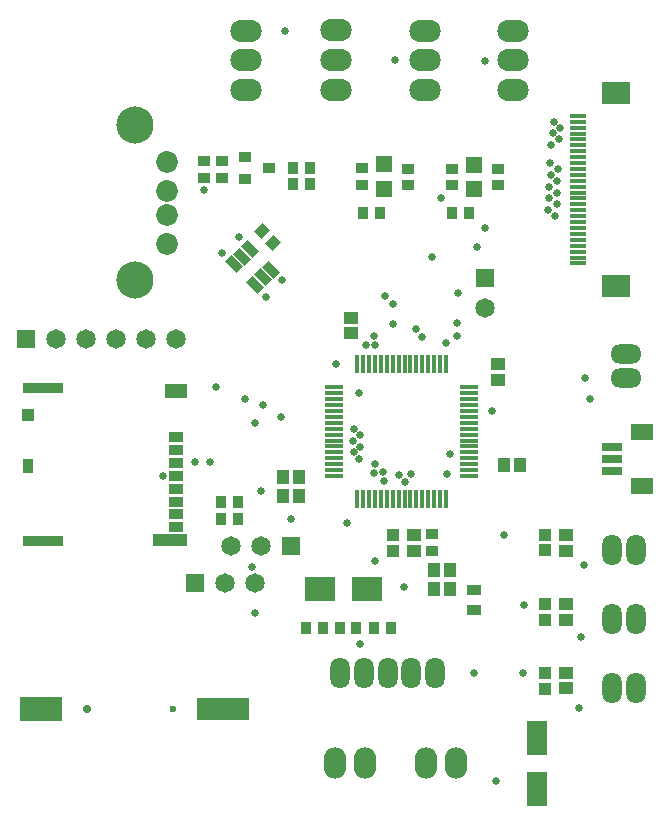
<source format=gts>
G04*
G04 #@! TF.GenerationSoftware,Altium Limited,Altium Designer,23.3.1 (30)*
G04*
G04 Layer_Color=8388736*
%FSLAX25Y25*%
%MOIN*%
G70*
G04*
G04 #@! TF.SameCoordinates,6E427E01-6470-4732-AD83-5CA9447D70B9*
G04*
G04*
G04 #@! TF.FilePolarity,Negative*
G04*
G01*
G75*
G04:AMPARAMS|DCode=41|XSize=53.15mil|YSize=29.53mil|CornerRadius=0mil|HoleSize=0mil|Usage=FLASHONLY|Rotation=315.000|XOffset=0mil|YOffset=0mil|HoleType=Round|Shape=Rectangle|*
%AMROTATEDRECTD41*
4,1,4,-0.02923,0.00835,-0.00835,0.02923,0.02923,-0.00835,0.00835,-0.02923,-0.02923,0.00835,0.0*
%
%ADD41ROTATEDRECTD41*%

G04:AMPARAMS|DCode=42|XSize=41.34mil|YSize=37.4mil|CornerRadius=0mil|HoleSize=0mil|Usage=FLASHONLY|Rotation=45.000|XOffset=0mil|YOffset=0mil|HoleType=Round|Shape=Rectangle|*
%AMROTATEDRECTD42*
4,1,4,-0.00139,-0.02784,-0.02784,-0.00139,0.00139,0.02784,0.02784,0.00139,-0.00139,-0.02784,0.0*
%
%ADD42ROTATEDRECTD42*%

%ADD43R,0.04528X0.04134*%
%ADD44R,0.06693X0.02953*%
%ADD45R,0.07677X0.05315*%
%ADD46R,0.01772X0.06398*%
%ADD47R,0.06398X0.01772*%
%ADD48R,0.03740X0.04134*%
%ADD49R,0.04134X0.03740*%
%ADD50R,0.04134X0.03740*%
%ADD51R,0.04331X0.03937*%
%ADD52R,0.05315X0.05315*%
%ADD53R,0.06890X0.11614*%
%ADD54R,0.05709X0.01772*%
%ADD55R,0.09252X0.07677*%
%ADD56R,0.10039X0.08465*%
%ADD57R,0.04921X0.03347*%
%ADD58R,0.07795X0.05079*%
%ADD59R,0.11614X0.03976*%
%ADD60R,0.13701X0.03347*%
%ADD61R,0.04252X0.04134*%
%ADD62R,0.03661X0.04724*%
%ADD63R,0.17598X0.07756*%
%ADD64R,0.14449X0.07953*%
%ADD65R,0.04134X0.04528*%
%ADD66R,0.05039X0.03583*%
%ADD67R,0.06496X0.06496*%
%ADD68C,0.06496*%
%ADD69R,0.06496X0.06496*%
%ADD70O,0.06496X0.10433*%
%ADD71C,0.12402*%
%ADD72C,0.07284*%
%ADD73O,0.10433X0.07480*%
%ADD74O,0.10433X0.06496*%
%ADD75O,0.07480X0.10433*%
%ADD76C,0.02362*%
%ADD77C,0.02874*%
%ADD78C,0.02559*%
D41*
X417625Y373165D02*
D03*
X414980Y370520D02*
D03*
X412335Y367876D02*
D03*
X405375Y374835D02*
D03*
X408020Y377480D02*
D03*
X410665Y380124D02*
D03*
D42*
X418500Y382000D02*
D03*
X414603Y385897D02*
D03*
D43*
X493500Y336343D02*
D03*
Y341657D02*
D03*
X516000Y238815D02*
D03*
Y233500D02*
D03*
Y261500D02*
D03*
Y256185D02*
D03*
Y284658D02*
D03*
Y279343D02*
D03*
X465500Y279185D02*
D03*
Y284500D02*
D03*
X444400Y357157D02*
D03*
Y351842D02*
D03*
D44*
X531500Y306000D02*
D03*
Y309937D02*
D03*
Y313874D02*
D03*
D45*
X541441Y300882D02*
D03*
Y318992D02*
D03*
D46*
X446531Y296500D02*
D03*
X448500D02*
D03*
X450468D02*
D03*
X452437D02*
D03*
X454405Y296500D02*
D03*
X456374Y296500D02*
D03*
X458343D02*
D03*
X460311D02*
D03*
X462280D02*
D03*
X464248D02*
D03*
X466217D02*
D03*
X468185Y296500D02*
D03*
X470154Y296500D02*
D03*
X472122D02*
D03*
X474091D02*
D03*
X476059D02*
D03*
Y341681D02*
D03*
X474091D02*
D03*
X472122D02*
D03*
X470154D02*
D03*
X468185Y341681D02*
D03*
X466217Y341681D02*
D03*
X464248D02*
D03*
X462280D02*
D03*
X460311D02*
D03*
X458343D02*
D03*
X456374D02*
D03*
X454405Y341681D02*
D03*
X452437Y341681D02*
D03*
X450468D02*
D03*
X448500D02*
D03*
X446531D02*
D03*
D47*
X483886Y304327D02*
D03*
Y306295D02*
D03*
Y308264D02*
D03*
Y310232D02*
D03*
X483886Y312201D02*
D03*
X483886Y314169D02*
D03*
Y316138D02*
D03*
Y318106D02*
D03*
Y320075D02*
D03*
Y322043D02*
D03*
Y324012D02*
D03*
X483886Y325980D02*
D03*
X483886Y327949D02*
D03*
Y329917D02*
D03*
Y331886D02*
D03*
Y333854D02*
D03*
X438705D02*
D03*
Y331886D02*
D03*
Y329917D02*
D03*
Y327949D02*
D03*
X438705Y325980D02*
D03*
X438705Y324012D02*
D03*
Y322043D02*
D03*
Y320075D02*
D03*
Y318106D02*
D03*
Y316138D02*
D03*
Y314169D02*
D03*
X438705Y312201D02*
D03*
X438705Y310232D02*
D03*
Y308264D02*
D03*
Y306295D02*
D03*
Y304327D02*
D03*
D48*
X430756Y401500D02*
D03*
X425244D02*
D03*
X430756Y407000D02*
D03*
X425244D02*
D03*
X478244Y392000D02*
D03*
X483756D02*
D03*
X448488Y392000D02*
D03*
X454000D02*
D03*
X446256Y253500D02*
D03*
X440744D02*
D03*
X406756Y290000D02*
D03*
X401244D02*
D03*
X406756Y295500D02*
D03*
X401244D02*
D03*
X452244Y253500D02*
D03*
X457756D02*
D03*
X435000Y253500D02*
D03*
X429488D02*
D03*
D49*
X395500Y409256D02*
D03*
Y403744D02*
D03*
X401500Y403744D02*
D03*
Y409256D02*
D03*
X478000Y401244D02*
D03*
Y406756D02*
D03*
X448000Y401488D02*
D03*
Y407000D02*
D03*
X493500Y406756D02*
D03*
Y401244D02*
D03*
X463500Y406756D02*
D03*
Y401244D02*
D03*
X471500Y279488D02*
D03*
Y285000D02*
D03*
D50*
X416937Y407000D02*
D03*
X409063Y403260D02*
D03*
Y410740D02*
D03*
D51*
X458500Y279441D02*
D03*
Y284559D02*
D03*
X509000Y279500D02*
D03*
Y284618D02*
D03*
Y233441D02*
D03*
Y238559D02*
D03*
Y256382D02*
D03*
Y261500D02*
D03*
D52*
X455500Y408268D02*
D03*
Y400000D02*
D03*
X485500Y408134D02*
D03*
Y399866D02*
D03*
D53*
X506500Y200035D02*
D03*
Y216965D02*
D03*
D54*
X520000Y375189D02*
D03*
Y377157D02*
D03*
Y379126D02*
D03*
Y381095D02*
D03*
Y383063D02*
D03*
Y385032D02*
D03*
Y387000D02*
D03*
Y388968D02*
D03*
Y390937D02*
D03*
Y392905D02*
D03*
Y394874D02*
D03*
Y396843D02*
D03*
Y398811D02*
D03*
Y400779D02*
D03*
Y402748D02*
D03*
Y404716D02*
D03*
Y406685D02*
D03*
Y408653D02*
D03*
Y410622D02*
D03*
Y412591D02*
D03*
Y414559D02*
D03*
Y416528D02*
D03*
Y418496D02*
D03*
Y420465D02*
D03*
Y422433D02*
D03*
Y424402D02*
D03*
D55*
X532795Y367709D02*
D03*
Y431882D02*
D03*
D56*
X449874Y266500D02*
D03*
X434126D02*
D03*
D57*
X386000Y317484D02*
D03*
Y313154D02*
D03*
Y308823D02*
D03*
Y304492D02*
D03*
Y300161D02*
D03*
Y295831D02*
D03*
Y291500D02*
D03*
Y287169D02*
D03*
D58*
X385941Y332760D02*
D03*
D59*
X384032Y282917D02*
D03*
D60*
X341650Y282602D02*
D03*
Y333626D02*
D03*
D61*
X336925Y324532D02*
D03*
D62*
X336630Y307740D02*
D03*
D63*
X401653Y226500D02*
D03*
D64*
X341181D02*
D03*
D65*
X421685Y297500D02*
D03*
X427000D02*
D03*
X421685Y304000D02*
D03*
X427000D02*
D03*
X500815Y308000D02*
D03*
X495500D02*
D03*
X472185Y273000D02*
D03*
X477500D02*
D03*
X472185Y266500D02*
D03*
X477500D02*
D03*
D66*
X485500Y259555D02*
D03*
Y266445D02*
D03*
D67*
X489100Y370300D02*
D03*
D68*
Y360300D02*
D03*
X404500Y281000D02*
D03*
X414500D02*
D03*
X346000Y350000D02*
D03*
X356000D02*
D03*
X366000D02*
D03*
X376000D02*
D03*
X386000D02*
D03*
X402500Y268500D02*
D03*
X412500D02*
D03*
D69*
X424500Y281000D02*
D03*
X336000Y350000D02*
D03*
X392500Y268500D02*
D03*
D70*
X448752Y238500D02*
D03*
X456626D02*
D03*
X464500D02*
D03*
X440878D02*
D03*
X472374D02*
D03*
X539374Y279500D02*
D03*
X531500D02*
D03*
X539374Y233500D02*
D03*
X531500D02*
D03*
X539437Y256500D02*
D03*
X531563D02*
D03*
D71*
X372500Y369500D02*
D03*
Y421232D02*
D03*
D72*
X383169Y381587D02*
D03*
Y399303D02*
D03*
Y391429D02*
D03*
Y409146D02*
D03*
D73*
X498500Y433000D02*
D03*
Y452685D02*
D03*
Y442842D02*
D03*
X469000Y433000D02*
D03*
Y452685D02*
D03*
Y442842D02*
D03*
X409500Y433000D02*
D03*
Y452685D02*
D03*
Y442842D02*
D03*
X439500Y433157D02*
D03*
Y452843D02*
D03*
Y443000D02*
D03*
D74*
X536000Y344874D02*
D03*
Y337000D02*
D03*
D75*
X439000Y208500D02*
D03*
X449000D02*
D03*
X469500D02*
D03*
X479500D02*
D03*
D76*
X385000Y226500D02*
D03*
D77*
X356457D02*
D03*
D78*
X447407Y248315D02*
D03*
X479800Y351000D02*
D03*
X439500Y341700D02*
D03*
X474400Y396900D02*
D03*
X488978Y442788D02*
D03*
X422528Y452562D02*
D03*
X495300Y284800D02*
D03*
X452300Y276100D02*
D03*
X381900Y304400D02*
D03*
X411500Y274000D02*
D03*
X424525Y290002D02*
D03*
X414500Y299300D02*
D03*
X462100Y267300D02*
D03*
X501939Y261490D02*
D03*
X485600Y238600D02*
D03*
X501900D02*
D03*
X492700Y202700D02*
D03*
X512200Y422400D02*
D03*
X445324Y320064D02*
D03*
X447400Y318100D02*
D03*
X447100Y310100D02*
D03*
X447500Y314100D02*
D03*
X514200Y420400D02*
D03*
X511700Y418500D02*
D03*
X489000Y387000D02*
D03*
X445200Y316100D02*
D03*
X511100Y414500D02*
D03*
X513700Y416500D02*
D03*
X445300Y312200D02*
D03*
X471300Y377300D02*
D03*
X476000Y348500D02*
D03*
X455800Y364200D02*
D03*
X447000Y331900D02*
D03*
X458500Y361500D02*
D03*
X479900Y355200D02*
D03*
X480000Y365200D02*
D03*
X452602Y308283D02*
D03*
X455240Y305760D02*
D03*
X452200Y305300D02*
D03*
X510900Y408700D02*
D03*
X511000Y404700D02*
D03*
X513400Y406700D02*
D03*
X510500Y400650D02*
D03*
Y397000D02*
D03*
X513000Y402539D02*
D03*
X460358Y304653D02*
D03*
X513000Y398746D02*
D03*
X462280Y302221D02*
D03*
X455500Y302500D02*
D03*
X464374Y304874D02*
D03*
X510000Y393000D02*
D03*
X513000Y395000D02*
D03*
X477500Y311500D02*
D03*
X476500Y305000D02*
D03*
X491500Y326000D02*
D03*
X512500Y391000D02*
D03*
X458486Y355000D02*
D03*
X468200Y350700D02*
D03*
X466217Y353283D02*
D03*
X486500Y380500D02*
D03*
X443000Y288500D02*
D03*
X412500Y258500D02*
D03*
Y322000D02*
D03*
X399500Y334000D02*
D03*
X449500Y348000D02*
D03*
X395500Y399500D02*
D03*
X459000Y443000D02*
D03*
X421000Y324000D02*
D03*
X415000Y328000D02*
D03*
X409000Y330000D02*
D03*
X397500Y309000D02*
D03*
X392500D02*
D03*
X452000Y351012D02*
D03*
X452457Y347945D02*
D03*
X416000Y364000D02*
D03*
X401500Y378500D02*
D03*
X421500Y369500D02*
D03*
X407000Y384000D02*
D03*
X520500Y227000D02*
D03*
X521000Y250500D02*
D03*
X522000Y274500D02*
D03*
X524000Y330000D02*
D03*
X522500Y337000D02*
D03*
M02*

</source>
